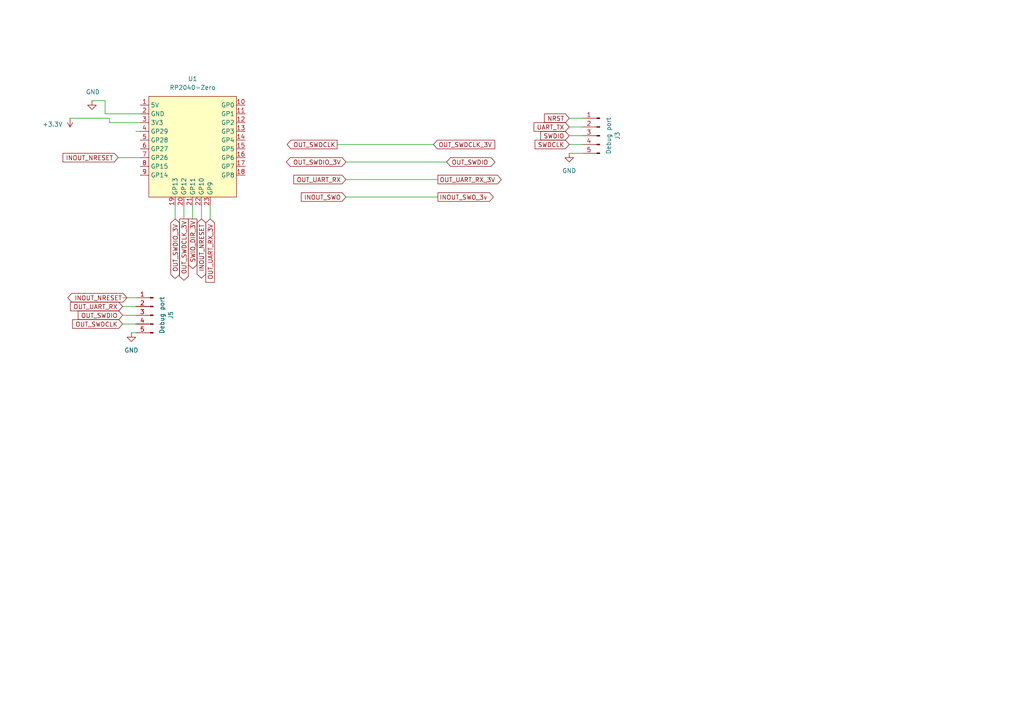
<source format=kicad_sch>
(kicad_sch (version 20231120) (generator "eeschema") (generator_version "8.0")
  (paper "A4")
  (title_block (title "Swindle RP2040 ZERO") (rev "0"))
  (lib_symbols
    (symbol "CarrierZero:RP2040-Zero"
      (property "Reference" "U" (at 0 0 0))
      (property "Value" "RP2040-Zero" (at 0 8.89 0))
      (symbol "RP2040-Zero_0_1"
        (rectangle (start -12.7 7.62) (end 12.7 -21.59) (fill (type background)))
      )
      (symbol "RP2040-Zero_1_1"
        (pin power_in line (at -15.24 5.08 0) (length 2.54) (name "5V") (number "1"))
        (pin bidirectional line (at 15.24 5.08 180) (length 2.54) (name "GP0") (number "10"))
        (pin bidirectional line (at 15.24 2.54 180) (length 2.54) (name "GP1") (number "11"))
        (pin bidirectional line (at 15.24 0 180) (length 2.54) (name "GP2") (number "12"))
        (pin bidirectional line (at 15.24 -2.54 180) (length 2.54) (name "GP3") (number "13"))
        (pin bidirectional line (at 15.24 -5.08 180) (length 2.54) (name "GP4") (number "14"))
        (pin bidirectional line (at 15.24 -7.62 180) (length 2.54) (name "GP5") (number "15"))
        (pin bidirectional line (at 15.24 -10.16 180) (length 2.54) (name "GP6") (number "16"))
        (pin bidirectional line (at 15.24 -12.7 180) (length 2.54) (name "GP7") (number "17"))
        (pin bidirectional line (at 15.24 -15.24 180) (length 2.54) (name "GP8") (number "18"))
        (pin bidirectional line (at -5.08 -24.13 90) (length 2.54) (name "GP13") (number "19"))
        (pin power_in line (at -15.24 2.54 0) (length 2.54) (name "GND") (number "2"))
        (pin bidirectional line (at -2.54 -24.13 90) (length 2.54) (name "GP12") (number "20"))
        (pin bidirectional line (at 0 -24.13 90) (length 2.54) (name "GP11") (number "21"))
        (pin bidirectional line (at 2.54 -24.13 90) (length 2.54) (name "GP10") (number "22"))
        (pin bidirectional line (at 5.08 -24.13 90) (length 2.54) (name "GP9") (number "23"))
        (pin power_in line (at -15.24 0 0) (length 2.54) (name "3V3") (number "3"))
        (pin bidirectional line (at -15.24 -2.54 0) (length 2.54) (name "GP29") (number "4"))
        (pin bidirectional line (at -15.24 -5.08 0) (length 2.54) (name "GP28") (number "5"))
        (pin bidirectional line (at -15.24 -7.62 0) (length 2.54) (name "GP27") (number "6"))
        (pin bidirectional line (at -15.24 -10.16 0) (length 2.54) (name "GP26") (number "7"))
        (pin bidirectional line (at -15.24 -12.7 0) (length 2.54) (name "GP15") (number "8"))
        (pin bidirectional line (at -15.24 -15.24 0) (length 2.54) (name "GP14") (number "9"))
      )
    )
    (symbol "Connector:Conn_01x05_Male" (pin_names (offset 1.016) hide)
      (property "Reference" "J" (at 0 7.62 0))
      (property "Value" "Conn_01x05_Male" (at 0 -7.62 0))
      (symbol "Conn_01x05_Male_1_1"
        (polyline (pts (xy 1.27 -5.08) (xy 0.8636 -5.08)) (stroke (width 0.1524)))
        (polyline (pts (xy 1.27 -2.54) (xy 0.8636 -2.54)) (stroke (width 0.1524)))
        (polyline (pts (xy 1.27 0) (xy 0.8636 0)) (stroke (width 0.1524)))
        (polyline (pts (xy 1.27 2.54) (xy 0.8636 2.54)) (stroke (width 0.1524)))
        (polyline (pts (xy 1.27 5.08) (xy 0.8636 5.08)) (stroke (width 0.1524)))
        (rectangle (start 0.8636 -4.953) (end 0 -5.207) (stroke (width 0.1524)) (fill (type outline)))
        (rectangle (start 0.8636 -2.413) (end 0 -2.667) (stroke (width 0.1524)) (fill (type outline)))
        (rectangle (start 0.8636 0.127) (end 0 -0.127) (stroke (width 0.1524)) (fill (type outline)))
        (rectangle (start 0.8636 2.667) (end 0 2.413) (stroke (width 0.1524)) (fill (type outline)))
        (rectangle (start 0.8636 5.207) (end 0 4.953) (stroke (width 0.1524)) (fill (type outline)))
        (pin passive line (at 5.08 5.08 180) (length 3.81) (name "Pin_1") (number "1"))
        (pin passive line (at 5.08 2.54 180) (length 3.81) (name "Pin_2") (number "2"))
        (pin passive line (at 5.08 0 180) (length 3.81) (name "Pin_3") (number "3"))
        (pin passive line (at 5.08 -2.54 180) (length 3.81) (name "Pin_4") (number "4"))
        (pin passive line (at 5.08 -5.08 180) (length 3.81) (name "Pin_5") (number "5"))
      )
    )
    (symbol "power:+3.3V" (power) (pin_numbers hide) (pin_names (offset 0) hide)
      (property "Value" "+3.3V" (at 0 3.556 0))
      (symbol "+3.3V_0_1"
        (polyline (pts (xy -0.762 1.27) (xy 0 2.54)))
        (polyline (pts (xy 0 0) (xy 0 2.54)))
        (polyline (pts (xy 0 2.54) (xy 0.762 1.27)))
      )
      (symbol "+3.3V_1_1"
        (pin power_in line (at 0 0 90) (length 0) (name "~") (number "1"))
      )
    )
    (symbol "power:GND" (power) (pin_numbers hide) (pin_names (offset 0) hide)
      (property "Value" "GND" (at 0 -3.81 0))
      (symbol "GND_0_1"
        (polyline (pts (xy 0 0) (xy 0 -1.27) (xy 1.27 -1.27) (xy 0 -2.54) (xy -1.27 -1.27) (xy 0 -1.27)))
      )
      (symbol "GND_1_1"
        (pin power_in line (at 0 0 270) (length 0) (name "~") (number "1"))
      )
    )
  )
  (wire (pts (xy 30.48 33.02) (xy 40.64 33.02)))
  (wire (pts (xy 60.96 59.69) (xy 60.96 63.5)))
  (wire (pts (xy 31.75 35.56) (xy 40.64 35.56)))
  (wire (pts (xy 55.88 59.69) (xy 55.88 63.5)))
  (wire (pts (xy 100.33 46.99) (xy 129.54 46.99)))
  (wire (pts (xy 53.34 59.69) (xy 53.34 63.5)))
  (wire (pts (xy 168.91 34.29) (xy 165.1 34.29)))
  (wire (pts (xy 30.48 29.21) (xy 26.67 29.21)))
  (wire (pts (xy 38.1 96.52) (xy 39.37 96.52)))
  (wire (pts (xy 20.32 34.29) (xy 31.75 34.29)))
  (wire (pts (xy 35.56 86.36) (xy 39.37 86.36)))
  (wire (pts (xy 168.91 36.83) (xy 165.1 36.83)))
  (wire (pts (xy 39.37 38.1) (xy 40.64 38.1)))
  (wire (pts (xy 30.48 33.02) (xy 30.48 29.21)))
  (wire (pts (xy 100.33 57.15) (xy 127 57.15)))
  (wire (pts (xy 168.91 44.45) (xy 165.1 44.45)))
  (wire (pts (xy 100.33 52.07) (xy 127 52.07)))
  (wire (pts (xy 35.56 88.9) (xy 39.37 88.9)))
  (wire (pts (xy 35.56 93.98) (xy 39.37 93.98)))
  (wire (pts (xy 31.75 34.29) (xy 31.75 35.56)))
  (wire (pts (xy 168.91 39.37) (xy 165.1 39.37)))
  (wire (pts (xy 58.42 59.69) (xy 58.42 63.5)))
  (wire (pts (xy 34.29 45.72) (xy 40.64 45.72)))
  (wire (pts (xy 35.56 91.44) (xy 39.37 91.44)))
  (wire (pts (xy 97.79 41.91) (xy 125.73 41.91)))
  (wire (pts (xy 50.8 59.69) (xy 50.8 63.5)))
  (wire (pts (xy 168.91 41.91) (xy 165.1 41.91)))
  (global_label "INOUT_NRESET" (shape input) (at 34.29 45.72 180) (property "Intersheetrefs" "${INTERSHEET_REFS}" (effects (hide yes))))
  (global_label "INOUT_SWO_3v" (shape output) (at 127 57.15 0) (property "Intersheetrefs" "${INTERSHEET_REFS}" (effects (hide yes))))
  (global_label "OUT_UART_RX_3V" (shape output) (at 127 52.07 0) (property "Intersheetrefs" "${INTERSHEET_REFS}" (effects (hide yes))))
  (global_label "OUT_SWDIO" (shape input) (at 35.56 91.44 180) (property "Intersheetrefs" "${INTERSHEET_REFS}" (effects (hide yes))))
  (global_label "OUT_UART_RX" (shape input) (at 35.56 88.9 180) (property "Intersheetrefs" "${INTERSHEET_REFS}" (effects (hide yes))))
  (global_label "SWDIO" (shape input) (at 165.1 39.37 180) (property "Intersheetrefs" "${INTERSHEET_REFS}" (effects (hide yes))))
  (global_label "OUT_UART_RX" (shape input) (at 100.33 52.07 180) (property "Intersheetrefs" "${INTERSHEET_REFS}" (effects (hide yes))))
  (global_label "UART_TX" (shape input) (at 165.1 36.83 180) (property "Intersheetrefs" "${INTERSHEET_REFS}" (effects (hide yes))))
  (global_label "OUT_SWDCLK_3V" (shape output) (at 53.34 63.5 270) (property "Intersheetrefs" "${INTERSHEET_REFS}" (effects (hide yes))))
  (global_label "OUT_SWDIO_3V" (shape bidirectional) (at 50.8 63.5 270) (property "Intersheetrefs" "${INTERSHEET_REFS}" (effects (hide yes))))
  (global_label "OUT_SWDCLK" (shape input) (at 35.56 93.98 180) (property "Intersheetrefs" "${INTERSHEET_REFS}" (effects (hide yes))))
  (global_label "INOUT_SWO" (shape input) (at 100.33 57.15 180) (property "Intersheetrefs" "${INTERSHEET_REFS}" (effects (hide yes))))
  (global_label "INOUT_NRESET" (shape bidirectional) (at 58.42 63.5 270) (property "Intersheetrefs" "${INTERSHEET_REFS}" (effects (hide yes))))
  (global_label "OUT_UART_RX_3V" (shape input) (at 60.96 63.5 270) (property "Intersheetrefs" "${INTERSHEET_REFS}" (effects (hide yes))))
  (global_label "INOUT_NRESET" (shape bidirectional) (at 36.83 86.36 180) (property "Intersheetrefs" "${INTERSHEET_REFS}" (effects (hide yes))))
  (global_label "SWIO_DIR_3V" (shape output) (at 55.88 63.5 270) (property "Intersheetrefs" "${INTERSHEET_REFS}" (effects (hide yes))))
  (global_label "NRST" (shape input) (at 165.1 34.29 180) (property "Intersheetrefs" "${INTERSHEET_REFS}" (effects (hide yes))))
  (global_label "OUT_SWDCLK_3V" (shape input) (at 125.73 41.91 0) (property "Intersheetrefs" "${INTERSHEET_REFS}" (effects (hide yes))))
  (global_label "SWDCLK" (shape input) (at 165.1 41.91 180) (property "Intersheetrefs" "${INTERSHEET_REFS}" (effects (hide yes))))
  (global_label "OUT_SWDCLK" (shape output) (at 97.79 41.91 180) (property "Intersheetrefs" "${INTERSHEET_REFS}" (effects (hide yes))))
  (global_label "OUT_SWDIO" (shape bidirectional) (at 129.54 46.99 0) (property "Intersheetrefs" "${INTERSHEET_REFS}" (effects (hide yes))))
  (global_label "OUT_SWDIO_3V" (shape bidirectional) (at 100.33 46.99 180) (property "Intersheetrefs" "${INTERSHEET_REFS}" (effects (hide yes))))
  (symbol (lib_id "Connector:Conn_01x05_Male") (at 44.45 91.44 0) (mirror y) (unit 1)
    (property "Reference" "J5" (at 49.53 91.44 90))
    (property "Value" "Debug port" (at 46.99 91.44 90))
    (property "Footprint" "Con5" (effects (hide yes)))
  )
  (symbol (lib_id "CarrierZero:RP2040-Zero") (at 55.88 35.56 0) (unit 1)
    (property "Reference" "U1" (at 55.88 22.86 0))
    (property "Value" "RP2040-Zero" (at 55.88 25.4 0))
    (property "Footprint" "RP2040 Carrier:RP2040 Zero" (effects (hide yes)))
  )
  (symbol (lib_id "power:+3.3V") (at 20.32 34.29 180) (unit 1)
    (property "Reference" "#PWR01" (effects (hide yes)))
    (property "Value" "+3.3V" (at 15.24 36.068 0))
    (property "Description" "Power symbol creates a global label with name \"+3.3V\"" (effects (hide yes)))
  )
  (symbol (lib_id "power:GND") (at 165.1 44.45 0) (unit 1)
    (property "Reference" "#PWR04" (effects (hide yes)))
    (property "Value" "GND" (at 165.1 49.53 0))
  )
  (symbol (lib_id "Connector:Conn_01x05_Male") (at 173.99 39.37 0) (mirror y) (unit 1)
    (property "Reference" "J3" (at 179.07 39.37 90))
    (property "Value" "Debug port" (at 176.53 39.37 90))
    (property "Footprint" "Connector_PinHeader_1.27mm:PinHeader_1x05_P1.27mm_Vertical" (effects (hide yes)))
  )
  (symbol (lib_id "power:GND") (at 26.67 29.21 0) (unit 1)
    (property "Reference" "#PWR02" (effects (hide yes)))
    (property "Value" "GND" (at 26.924 26.67 0))
    (property "Description" "Power symbol creates a global label with name \"GND\" , ground" (effects (hide yes)))
  )
  (symbol (lib_id "power:GND") (at 38.1 96.52 0) (unit 1)
    (property "Reference" "#PWR020" (effects (hide yes)))
    (property "Value" "GND" (at 38.1 101.6 0))
    (property "Description" "Power symbol creates a global label with name \"GND\" , ground" (effects (hide yes)))
  )
)
</source>
